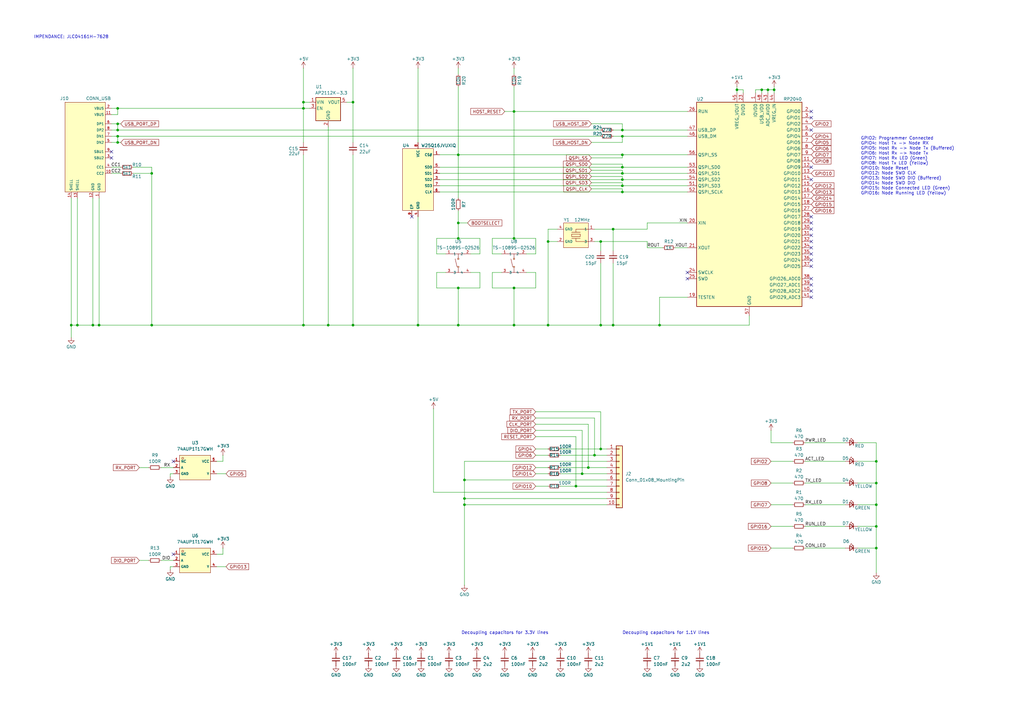
<source format=kicad_sch>
(kicad_sch (version 20231120) (generator "eeschema") (generator_version "8.0")
  (paper "A3")
  (title_block (title "RP2040-DebugProbe-0010") (date "2023-12-24") (rev "1.0"))
  (lib_symbols
    (symbol "Connector_Generic:Conn_01x10" (pin_names (offset 1.016) hide)
      (property "Reference" "J" (at 0 12.7 0))
      (property "Value" "Conn_01x10" (at 0 -15.24 0))
      (symbol "Conn_01x10_1_1"
        (pin passive line (at -5.08 10.16 0) (length 3.81) (name "Pin_1") (number "1"))
        (pin passive line (at -5.08 -12.7 0) (length 3.81) (name "Pin_10") (number "10"))
        (pin passive line (at -5.08 7.62 0) (length 3.81) (name "Pin_2") (number "2"))
        (pin passive line (at -5.08 5.08 0) (length 3.81) (name "Pin_3") (number "3"))
        (pin passive line (at -5.08 2.54 0) (length 3.81) (name "Pin_4") (number "4"))
        (pin passive line (at -5.08 0 0) (length 3.81) (name "Pin_5") (number "5"))
        (pin passive line (at -5.08 -2.54 0) (length 3.81) (name "Pin_6") (number "6"))
        (pin passive line (at -5.08 -5.08 0) (length 3.81) (name "Pin_7") (number "7"))
        (pin passive line (at -5.08 -7.62 0) (length 3.81) (name "Pin_8") (number "8"))
        (pin passive line (at -5.08 -10.16 0) (length 3.81) (name "Pin_9") (number "9"))
      )
    )
    (symbol "Device:C_Small" (pin_numbers hide) (pin_names (offset 0.254) hide)
      (property "Reference" "C" (at 0.254 1.778 0))
      (property "Value" "C_Small" (at 0.254 -2.032 0))
      (symbol "C_Small_1_1"
        (pin passive line (at 0 2.54 270) (length 2.032) (name "~") (number "1"))
        (pin passive line (at 0 -2.54 90) (length 2.032) (name "~") (number "2"))
      )
    )
    (symbol "Device:LED_Small" (pin_numbers hide) (pin_names (offset 0.254) hide)
      (property "Reference" "D" (at -1.27 3.175 0))
      (property "Value" "LED_Small" (at -4.445 -2.54 0))
      (symbol "LED_Small_1_1"
        (pin passive line (at -2.54 0 0) (length 1.778) (name "K") (number "1"))
        (pin passive line (at 2.54 0 180) (length 1.778) (name "A") (number "2"))
      )
    )
    (symbol "Device:R_Small" (pin_numbers hide) (pin_names (offset 0.254) hide)
      (property "Reference" "R" (at 0.762 0.508 0))
      (property "Value" "R_Small" (at 0.762 -1.016 0))
      (symbol "R_Small_1_1"
        (pin passive line (at 0 2.54 270) (length 0.762) (name "~") (number "1"))
        (pin passive line (at 0 -2.54 90) (length 0.762) (name "~") (number "2"))
      )
    )
    (symbol "JLCPCB:74AUP1T17GWH"
      (property "Reference" "U" (at 0 1.27 0))
      (property "Value" "74AUP1T17GWH" (at 0 -2.54 0))
      (symbol "74AUP1T17GWH_0_1"
        (pin unspecified line (at -8.89 2.54 0) (length 2.54) (name "NC") (number "1"))
        (pin unspecified line (at -8.89 0 0) (length 2.54) (name "A") (number "2"))
        (pin unspecified line (at -8.89 -2.54 0) (length 2.54) (name "GND") (number "3"))
        (pin unspecified line (at 8.89 -2.54 180) (length 2.54) (name "Y") (number "4"))
        (pin unspecified line (at 8.89 2.54 180) (length 2.54) (name "VCC") (number "5"))
      )
    )
    (symbol "JLCPCB:ABM8-272-T3_C20625731"
      (property "Reference" "Y" (at -4.572 6.35 0))
      (property "Value" "ABM8-272-T3" (at 5.334 6.35 0))
      (symbol "ABM8-272-T3_C20625731_0_1"
        (pin input line (at 7.62 2.54 180) (length 2.54) (name "1") (number "1"))
        (pin input line (at -7.62 -2.54 0) (length 2.54) (name "GND") (number "2"))
        (pin input line (at 7.62 -2.54 180) (length 2.54) (name "3") (number "3"))
        (pin input line (at -7.62 2.54 0) (length 2.54) (name "GND") (number "4"))
      )
    )
    (symbol "JLCPCB:TS-1089S-02526"
      (property "Reference" "U" (at 0 1.27 0))
      (property "Value" "TS-1089S-02526" (at 0 -2.54 0))
      (symbol "TS-1089S-02526_0_1"
        (pin unspecified line (at -5.08 2.54 0) (length 2.54) (name "1") (number "1"))
        (pin unspecified line (at 5.08 2.54 180) (length 2.54) (name "2") (number "2"))
        (pin unspecified line (at -5.08 -5.08 0) (length 2.54) (name "3") (number "3"))
        (pin unspecified line (at 5.08 -5.08 180) (length 2.54) (name "4") (number "4"))
      )
    )
    (symbol "JLCPCB:TYPE-C_16PIN_2MD(073)"
      (property "Reference" "U" (at -7.874 18.034 0))
      (property "Value" "TYPE-C_16PIN_2MD(073)" (at 8.128 18.034 0))
      (symbol "TYPE-C_16PIN_2MD(073)_0_1"
        (pin unspecified line (at 5.08 -22.86 90) (length 2.54) (name "GND") (number "1"))
        (pin unspecified line (at 10.16 -12.7 180) (length 2.54) (name "CC2") (number "10"))
        (pin unspecified line (at 10.16 11.43 180) (length 2.54) (name "VBUS") (number "11"))
        (pin unspecified line (at 2.54 -22.86 90) (length 2.54) (name "GND") (number "12"))
        (pin unspecified line (at -3.81 -22.86 90) (length 2.54) (name "SHELL") (number "13"))
        (pin unspecified line (at -6.35 -22.86 90) (length 2.54) (name "SHELL") (number "14"))
        (pin unspecified line (at 10.16 13.97 180) (length 2.54) (name "VBUS") (number "2"))
        (pin unspecified line (at 10.16 -6.35 180) (length 2.54) (name "SBU2") (number "3"))
        (pin unspecified line (at 10.16 -10.16 180) (length 2.54) (name "CC1") (number "4"))
        (pin unspecified line (at 10.16 0 180) (length 2.54) (name "DN2") (number "5"))
        (pin unspecified line (at 10.16 7.62 180) (length 2.54) (name "DP1") (number "6"))
        (pin unspecified line (at 10.16 2.54 180) (length 2.54) (name "DN1") (number "7"))
        (pin unspecified line (at 10.16 5.08 180) (length 2.54) (name "DP2") (number "8"))
        (pin unspecified line (at 10.16 -3.81 180) (length 2.54) (name "SBU1") (number "9"))
      )
    )
    (symbol "JLCPCB:W25Q64JWUUIQ"
      (property "Reference" "U" (at 5.588 13.97 0))
      (property "Value" "W25Q64JWUUIQ" (at -7.874 14.224 0))
      (symbol "W25Q64JWUUIQ_0_1"
        (pin unspecified line (at 8.89 10.16 180) (length 2.54) (name "CS#") (number "1"))
        (pin unspecified line (at 0 -15.24 90) (length 2.54) (name "GND") (number "4"))
        (pin unspecified line (at 8.89 -5.08 180) (length 2.54) (name "CLK") (number "6"))
        (pin unspecified line (at 0 15.24 270) (length 2.54) (name "VCC") (number "8"))
        (pin unspecified line (at -2.54 -15.24 90) (length 2.54) (name "EP") (number "9"))
      )
      (symbol "W25Q64JWUUIQ_1_1"
        (pin unspecified line (at 8.89 2.54 180) (length 2.54) (name "SD1") (number "2"))
        (pin unspecified line (at 8.89 0 180) (length 2.54) (name "SD2") (number "3"))
        (pin unspecified line (at 8.89 5.08 180) (length 2.54) (name "SD0") (number "5"))
        (pin unspecified line (at 8.89 -2.54 180) (length 2.54) (name "SD3") (number "7"))
      )
    )
    (symbol "MCU_RaspberryPi:RP2040"
      (property "Reference" "U" (at 17.78 45.72 0))
      (property "Value" "RP2040" (at 17.78 43.18 0))
      (symbol "RP2040_1_1"
        (pin power_in line (at 2.54 45.72 270) (length 3.81) (name "IOVDD") (number "1"))
        (pin passive line (at 2.54 45.72 270) (length 3.81) hide (name "IOVDD") (number "10"))
        (pin bidirectional line (at 25.4 17.78 180) (length 3.81) (name "GPIO8") (number "11"))
        (pin bidirectional line (at 25.4 15.24 180) (length 3.81) (name "GPIO9") (number "12"))
        (pin bidirectional line (at 25.4 12.7 180) (length 3.81) (name "GPIO10") (number "13"))
        (pin bidirectional line (at 25.4 10.16 180) (length 3.81) (name "GPIO11") (number "14"))
        (pin bidirectional line (at 25.4 7.62 180) (length 3.81) (name "GPIO12") (number "15"))
        (pin bidirectional line (at 25.4 5.08 180) (length 3.81) (name "GPIO13") (number "16"))
        (pin bidirectional line (at 25.4 2.54 180) (length 3.81) (name "GPIO14") (number "17"))
        (pin bidirectional line (at 25.4 0 180) (length 3.81) (name "GPIO15") (number "18"))
        (pin input line (at -25.4 -38.1 0) (length 3.81) (name "TESTEN") (number "19"))
        (pin bidirectional line (at 25.4 38.1 180) (length 3.81) (name "GPIO0") (number "2"))
        (pin input line (at -25.4 -7.62 0) (length 3.81) (name "XIN") (number "20"))
        (pin passive line (at -25.4 -17.78 0) (length 3.81) (name "XOUT") (number "21"))
        (pin passive line (at 2.54 45.72 270) (length 3.81) hide (name "IOVDD") (number "22"))
        (pin power_in line (at -2.54 45.72 270) (length 3.81) (name "DVDD") (number "23"))
        (pin input line (at -25.4 -27.94 0) (length 3.81) (name "SWCLK") (number "24"))
        (pin bidirectional line (at -25.4 -30.48 0) (length 3.81) (name "SWD") (number "25"))
        (pin input line (at -25.4 38.1 0) (length 3.81) (name "RUN") (number "26"))
        (pin bidirectional line (at 25.4 -2.54 180) (length 3.81) (name "GPIO16") (number "27"))
        (pin bidirectional line (at 25.4 -5.08 180) (length 3.81) (name "GPIO17") (number "28"))
        (pin bidirectional line (at 25.4 -7.62 180) (length 3.81) (name "GPIO18") (number "29"))
        (pin bidirectional line (at 25.4 35.56 180) (length 3.81) (name "GPIO1") (number "3"))
        (pin bidirectional line (at 25.4 -10.16 180) (length 3.81) (name "GPIO19") (number "30"))
        (pin bidirectional line (at 25.4 -12.7 180) (length 3.81) (name "GPIO20") (number "31"))
        (pin bidirectional line (at 25.4 -15.24 180) (length 3.81) (name "GPIO21") (number "32"))
        (pin passive line (at 2.54 45.72 270) (length 3.81) hide (name "IOVDD") (number "33"))
        (pin bidirectional line (at 25.4 -17.78 180) (length 3.81) (name "GPIO22") (number "34"))
        (pin bidirectional line (at 25.4 -20.32 180) (length 3.81) (name "GPIO23") (number "35"))
        (pin bidirectional line (at 25.4 -22.86 180) (length 3.81) (name "GPIO24") (number "36"))
        (pin bidirectional line (at 25.4 -25.4 180) (length 3.81) (name "GPIO25") (number "37"))
        (pin bidirectional line (at 25.4 -30.48 180) (length 3.81) (name "GPIO26_ADC0") (number "38"))
        (pin bidirectional line (at 25.4 -33.02 180) (length 3.81) (name "GPIO27_ADC1") (number "39"))
        (pin bidirectional line (at 25.4 33.02 180) (length 3.81) (name "GPIO2") (number "4"))
        (pin bidirectional line (at 25.4 -35.56 180) (length 3.81) (name "GPIO28_ADC2") (number "40"))
        (pin bidirectional line (at 25.4 -38.1 180) (length 3.81) (name "GPIO29_ADC3") (number "41"))
        (pin passive line (at 2.54 45.72 270) (length 3.81) hide (name "IOVDD") (number "42"))
        (pin power_in line (at 7.62 45.72 270) (length 3.81) (name "ADC_AVDD") (number "43"))
        (pin power_in line (at 10.16 45.72 270) (length 3.81) (name "VREG_IN") (number "44"))
        (pin power_out line (at -5.08 45.72 270) (length 3.81) (name "VREG_VOUT") (number "45"))
        (pin bidirectional line (at -25.4 27.94 0) (length 3.81) (name "USB_DM") (number "46"))
        (pin bidirectional line (at -25.4 30.48 0) (length 3.81) (name "USB_DP") (number "47"))
        (pin power_in line (at 5.08 45.72 270) (length 3.81) (name "USB_VDD") (number "48"))
        (pin passive line (at 2.54 45.72 270) (length 3.81) hide (name "IOVDD") (number "49"))
        (pin bidirectional line (at 25.4 30.48 180) (length 3.81) (name "GPIO3") (number "5"))
        (pin passive line (at -2.54 45.72 270) (length 3.81) hide (name "DVDD") (number "50"))
        (pin bidirectional line (at -25.4 7.62 0) (length 3.81) (name "QSPI_SD3") (number "51"))
        (pin output line (at -25.4 5.08 0) (length 3.81) (name "QSPI_SCLK") (number "52"))
        (pin bidirectional line (at -25.4 15.24 0) (length 3.81) (name "QSPI_SD0") (number "53"))
        (pin bidirectional line (at -25.4 10.16 0) (length 3.81) (name "QSPI_SD2") (number "54"))
        (pin bidirectional line (at -25.4 12.7 0) (length 3.81) (name "QSPI_SD1") (number "55"))
        (pin bidirectional line (at -25.4 20.32 0) (length 3.81) (name "QSPI_SS") (number "56"))
        (pin power_in line (at 0 -45.72 90) (length 3.81) (name "GND") (number "57"))
        (pin bidirectional line (at 25.4 27.94 180) (length 3.81) (name "GPIO4") (number "6"))
        (pin bidirectional line (at 25.4 25.4 180) (length 3.81) (name "GPIO5") (number "7"))
        (pin bidirectional line (at 25.4 22.86 180) (length 3.81) (name "GPIO6") (number "8"))
        (pin bidirectional line (at 25.4 20.32 180) (length 3.81) (name "GPIO7") (number "9"))
      )
    )
    (symbol "Regulator_Linear:AP2112K-3.3" (pin_names (offset 0.254))
      (property "Reference" "U" (at -5.08 5.715 0))
      (property "Value" "AP2112K-3.3" (at 0 5.715 0))
      (symbol "AP2112K-3.3_1_1"
        (pin power_in line (at -7.62 2.54 0) (length 2.54) (name "VIN") (number "1"))
        (pin power_in line (at 0 -7.62 90) (length 2.54) (name "GND") (number "2"))
        (pin input line (at -7.62 0 0) (length 2.54) (name "EN") (number "3"))
        (pin no_connect line (at 5.08 0 180) (length 2.54) hide (name "NC") (number "4"))
        (pin power_out line (at 7.62 2.54 180) (length 2.54) (name "VOUT") (number "5"))
      )
    )
    (symbol "power:+1V1" (power) (pin_numbers hide) (pin_names (offset 0) hide)
      (property "Value" "+1V1" (at 0 3.556 0))
      (symbol "+1V1_1_1"
        (pin power_in line (at 0 0 90) (length 0) (name "~") (number "1"))
      )
    )
    (symbol "power:+3V3" (power) (pin_numbers hide) (pin_names (offset 0) hide)
      (property "Value" "+3V3" (at 0 3.556 0))
      (symbol "+3V3_1_1"
        (pin power_in line (at 0 0 90) (length 0) (name "~") (number "1"))
      )
    )
    (symbol "power:+5V" (power) (pin_numbers hide) (pin_names (offset 0) hide)
      (property "Value" "+5V" (at 0 3.556 0))
      (symbol "+5V_1_1"
        (pin power_in line (at 0 0 90) (length 0) (name "~") (number "1"))
      )
    )
    (symbol "power:GND" (power) (pin_numbers hide) (pin_names (offset 0) hide)
      (property "Value" "GND" (at 0 -3.81 0))
      (symbol "GND_1_1"
        (pin power_in line (at 0 0 270) (length 0) (name "~") (number "1"))
      )
    )
  )
  (junction (at 38.1 133.35))
  (junction (at 359.41 189.23))
  (junction (at 124.46 133.35))
  (junction (at 359.41 224.79))
  (junction (at 243.84 186.69))
  (junction (at 246.38 99.06))
  (junction (at 251.46 93.98))
  (junction (at 124.46 44.45))
  (junction (at 241.3 191.77))
  (junction (at 62.23 71.12))
  (junction (at 190.5 207.01))
  (junction (at 187.96 118.11))
  (junction (at 314.96 36.83))
  (junction (at 238.76 194.31))
  (junction (at 48.26 58.42))
  (junction (at 48.26 55.88))
  (junction (at 312.42 36.83))
  (junction (at 48.26 44.45))
  (junction (at 246.38 184.15))
  (junction (at 255.27 78.74))
  (junction (at 255.27 53.34))
  (junction (at 246.38 133.35))
  (junction (at 48.26 50.8))
  (junction (at 31.75 133.35))
  (junction (at 317.5 36.83))
  (junction (at 224.79 133.35))
  (junction (at 29.21 133.35))
  (junction (at 255.27 68.58))
  (junction (at 251.46 133.35))
  (junction (at 255.27 76.2))
  (junction (at 359.41 207.01))
  (junction (at 144.78 41.91))
  (junction (at 236.22 199.39))
  (junction (at 190.5 196.85))
  (junction (at 224.79 99.06))
  (junction (at 144.78 133.35))
  (junction (at 48.26 53.34))
  (junction (at 302.26 36.83))
  (junction (at 124.46 41.91))
  (junction (at 190.5 204.47))
  (junction (at 187.96 63.5))
  (junction (at 187.96 133.35))
  (junction (at 255.27 71.12))
  (junction (at 359.41 215.9))
  (junction (at 171.45 133.35))
  (junction (at 210.82 118.11))
  (junction (at 62.23 133.35))
  (junction (at 187.96 97.79))
  (junction (at 40.64 133.35))
  (junction (at 210.82 133.35))
  (junction (at 270.51 133.35))
  (junction (at 210.82 45.72))
  (junction (at 210.82 97.79))
  (junction (at 255.27 73.66))
  (junction (at 255.27 55.88))
  (junction (at 134.62 133.35))
  (junction (at 187.96 91.44))
  (junction (at 255.27 63.5))
  (junction (at 359.41 198.12))
  (no_connect (at 332.74 73.66))
  (no_connect (at 332.74 96.52))
  (no_connect (at 281.94 114.3))
  (no_connect (at 45.72 64.77))
  (no_connect (at 332.74 99.06))
  (no_connect (at 332.74 119.38))
  (no_connect (at 332.74 88.9))
  (no_connect (at 281.94 111.76))
  (no_connect (at 332.74 121.92))
  (no_connect (at 332.74 48.26))
  (no_connect (at 332.74 106.68))
  (no_connect (at 45.72 62.23))
  (no_connect (at 332.74 93.98))
  (no_connect (at 332.74 104.14))
  (no_connect (at 332.74 114.3))
  (no_connect (at 168.91 88.9))
  (no_connect (at 71.12 189.23))
  (no_connect (at 332.74 101.6))
  (no_connect (at 332.74 116.84))
  (no_connect (at 332.74 45.72))
  (no_connect (at 332.74 91.44))
  (no_connect (at 71.12 227.33))
  (no_connect (at 332.74 68.58))
  (no_connect (at 332.74 109.22))
  (no_connect (at 332.74 53.34))
  (wire (pts (xy 242.57 74.93) (xy 255.27 74.93)))
  (wire (pts (xy 210.82 35.56) (xy 210.82 45.72)))
  (wire (pts (xy 359.41 181.61) (xy 359.41 189.23)))
  (wire (pts (xy 48.26 46.99) (xy 48.26 44.45)))
  (wire (pts (xy 179.07 111.76) (xy 179.07 118.11)))
  (wire (pts (xy 255.27 71.12) (xy 281.94 71.12)))
  (wire (pts (xy 48.26 55.88) (xy 48.26 58.42)))
  (wire (pts (xy 180.34 73.66) (xy 255.27 73.66)))
  (wire (pts (xy 243.84 99.06) (xy 246.38 99.06)))
  (wire (pts (xy 49.53 68.58) (xy 45.72 68.58)))
  (wire (pts (xy 224.79 184.15) (xy 219.71 184.15)))
  (wire (pts (xy 190.5 189.23) (xy 248.92 189.23)))
  (wire (pts (xy 359.41 189.23) (xy 359.41 198.12)))
  (wire (pts (xy 179.07 104.14) (xy 182.88 104.14)))
  (wire (pts (xy 316.23 224.79) (xy 325.12 224.79)))
  (wire (pts (xy 38.1 81.28) (xy 38.1 133.35)))
  (wire (pts (xy 57.15 191.77) (xy 60.96 191.77)))
  (wire (pts (xy 48.26 53.34) (xy 45.72 53.34)))
  (wire (pts (xy 57.15 229.87) (xy 60.96 229.87)))
  (wire (pts (xy 314.96 36.83) (xy 314.96 38.1)))
  (wire (pts (xy 62.23 68.58) (xy 62.23 71.12)))
  (wire (pts (xy 243.84 93.98) (xy 251.46 93.98)))
  (wire (pts (xy 246.38 168.91) (xy 246.38 184.15)))
  (wire (pts (xy 317.5 35.56) (xy 317.5 36.83)))
  (wire (pts (xy 248.92 184.15) (xy 246.38 184.15)))
  (wire (pts (xy 255.27 67.31) (xy 255.27 68.58)))
  (wire (pts (xy 359.41 224.79) (xy 359.41 215.9)))
  (wire (pts (xy 124.46 133.35) (xy 124.46 63.5)))
  (wire (pts (xy 243.84 171.45) (xy 243.84 186.69)))
  (wire (pts (xy 31.75 81.28) (xy 31.75 133.35)))
  (wire (pts (xy 177.8 167.64) (xy 177.8 201.93)))
  (wire (pts (xy 219.71 104.14) (xy 215.9 104.14)))
  (wire (pts (xy 179.07 97.79) (xy 187.96 97.79)))
  (wire (pts (xy 124.46 41.91) (xy 124.46 44.45)))
  (wire (pts (xy 316.23 215.9) (xy 325.12 215.9)))
  (wire (pts (xy 224.79 194.31) (xy 219.71 194.31)))
  (wire (pts (xy 62.23 71.12) (xy 54.61 71.12)))
  (wire (pts (xy 359.41 224.79) (xy 351.79 224.79)))
  (wire (pts (xy 243.84 186.69) (xy 248.92 186.69)))
  (wire (pts (xy 330.2 189.23) (xy 346.71 189.23)))
  (wire (pts (xy 62.23 133.35) (xy 124.46 133.35)))
  (wire (pts (xy 91.44 227.33) (xy 88.9 227.33)))
  (wire (pts (xy 62.23 71.12) (xy 62.23 133.35)))
  (wire (pts (xy 187.96 86.36) (xy 187.96 91.44)))
  (wire (pts (xy 317.5 36.83) (xy 317.5 38.1)))
  (wire (pts (xy 40.64 133.35) (xy 38.1 133.35)))
  (wire (pts (xy 48.26 50.8) (xy 48.26 53.34)))
  (wire (pts (xy 201.93 104.14) (xy 201.93 97.79)))
  (wire (pts (xy 40.64 81.28) (xy 40.64 133.35)))
  (wire (pts (xy 196.85 118.11) (xy 187.96 118.11)))
  (wire (pts (xy 255.27 78.74) (xy 281.94 78.74)))
  (wire (pts (xy 224.79 191.77) (xy 219.71 191.77)))
  (wire (pts (xy 246.38 133.35) (xy 251.46 133.35)))
  (wire (pts (xy 180.34 68.58) (xy 255.27 68.58)))
  (wire (pts (xy 91.44 224.79) (xy 91.44 227.33)))
  (wire (pts (xy 316.23 198.12) (xy 325.12 198.12)))
  (wire (pts (xy 38.1 133.35) (xy 31.75 133.35)))
  (wire (pts (xy 124.46 133.35) (xy 134.62 133.35)))
  (wire (pts (xy 255.27 64.77) (xy 255.27 63.5)))
  (wire (pts (xy 190.5 196.85) (xy 190.5 204.47)))
  (wire (pts (xy 224.79 93.98) (xy 224.79 99.06)))
  (wire (pts (xy 242.57 72.39) (xy 255.27 72.39)))
  (wire (pts (xy 179.07 111.76) (xy 182.88 111.76)))
  (wire (pts (xy 196.85 104.14) (xy 196.85 97.79)))
  (wire (pts (xy 187.96 27.94) (xy 187.96 30.48)))
  (wire (pts (xy 238.76 194.31) (xy 248.92 194.31)))
  (wire (pts (xy 251.46 53.34) (xy 255.27 53.34)))
  (wire (pts (xy 302.26 35.56) (xy 302.26 36.83)))
  (wire (pts (xy 359.41 224.79) (xy 359.41 234.95)))
  (wire (pts (xy 219.71 104.14) (xy 219.71 97.79)))
  (wire (pts (xy 224.79 133.35) (xy 246.38 133.35)))
  (wire (pts (xy 251.46 133.35) (xy 270.51 133.35)))
  (wire (pts (xy 265.43 101.6) (xy 271.78 101.6)))
  (wire (pts (xy 302.26 36.83) (xy 304.8 36.83)))
  (wire (pts (xy 171.45 88.9) (xy 171.45 133.35)))
  (wire (pts (xy 241.3 173.99) (xy 241.3 191.77)))
  (wire (pts (xy 255.27 69.85) (xy 255.27 71.12)))
  (wire (pts (xy 190.5 196.85) (xy 248.92 196.85)))
  (wire (pts (xy 171.45 133.35) (xy 187.96 133.35)))
  (wire (pts (xy 219.71 111.76) (xy 215.9 111.76)))
  (wire (pts (xy 190.5 204.47) (xy 190.5 207.01)))
  (wire (pts (xy 127 41.91) (xy 124.46 41.91)))
  (wire (pts (xy 187.96 118.11) (xy 187.96 133.35)))
  (wire (pts (xy 179.07 104.14) (xy 179.07 97.79)))
  (wire (pts (xy 270.51 121.92) (xy 270.51 133.35)))
  (wire (pts (xy 224.79 99.06) (xy 224.79 133.35)))
  (wire (pts (xy 307.34 129.54) (xy 307.34 133.35)))
  (wire (pts (xy 134.62 133.35) (xy 144.78 133.35)))
  (wire (pts (xy 144.78 58.42) (xy 144.78 41.91)))
  (wire (pts (xy 201.93 111.76) (xy 201.93 118.11)))
  (wire (pts (xy 238.76 176.53) (xy 238.76 194.31)))
  (wire (pts (xy 330.2 198.12) (xy 346.71 198.12)))
  (wire (pts (xy 265.43 91.44) (xy 265.43 93.98)))
  (wire (pts (xy 314.96 36.83) (xy 317.5 36.83)))
  (wire (pts (xy 48.26 58.42) (xy 45.72 58.42)))
  (wire (pts (xy 241.3 191.77) (xy 248.92 191.77)))
  (wire (pts (xy 48.26 44.45) (xy 45.72 44.45)))
  (wire (pts (xy 242.57 58.42) (xy 255.27 58.42)))
  (wire (pts (xy 71.12 191.77) (xy 66.04 191.77)))
  (wire (pts (xy 312.42 36.83) (xy 312.42 38.1)))
  (wire (pts (xy 177.8 201.93) (xy 248.92 201.93)))
  (wire (pts (xy 91.44 186.69) (xy 91.44 189.23)))
  (wire (pts (xy 255.27 76.2) (xy 281.94 76.2)))
  (wire (pts (xy 242.57 69.85) (xy 255.27 69.85)))
  (wire (pts (xy 265.43 91.44) (xy 281.94 91.44)))
  (wire (pts (xy 242.57 67.31) (xy 255.27 67.31)))
  (wire (pts (xy 229.87 199.39) (xy 236.22 199.39)))
  (wire (pts (xy 242.57 50.8) (xy 255.27 50.8)))
  (wire (pts (xy 359.41 189.23) (xy 351.79 189.23)))
  (wire (pts (xy 224.79 99.06) (xy 228.6 99.06)))
  (wire (pts (xy 359.41 181.61) (xy 351.79 181.61)))
  (wire (pts (xy 359.41 198.12) (xy 351.79 198.12)))
  (wire (pts (xy 238.76 176.53) (xy 219.71 176.53)))
  (wire (pts (xy 201.93 118.11) (xy 210.82 118.11)))
  (wire (pts (xy 142.24 41.91) (xy 144.78 41.91)))
  (wire (pts (xy 276.86 101.6) (xy 281.94 101.6)))
  (wire (pts (xy 124.46 58.42) (xy 124.46 44.45)))
  (wire (pts (xy 242.57 77.47) (xy 255.27 77.47)))
  (wire (pts (xy 62.23 133.35) (xy 40.64 133.35)))
  (wire (pts (xy 49.53 58.42) (xy 48.26 58.42)))
  (wire (pts (xy 180.34 78.74) (xy 255.27 78.74)))
  (wire (pts (xy 207.01 45.72) (xy 210.82 45.72)))
  (wire (pts (xy 180.34 63.5) (xy 187.96 63.5)))
  (wire (pts (xy 201.93 111.76) (xy 205.74 111.76)))
  (wire (pts (xy 91.44 189.23) (xy 88.9 189.23)))
  (wire (pts (xy 219.71 111.76) (xy 219.71 118.11)))
  (wire (pts (xy 251.46 93.98) (xy 251.46 102.87)))
  (wire (pts (xy 242.57 64.77) (xy 255.27 64.77)))
  (wire (pts (xy 302.26 36.83) (xy 302.26 38.1)))
  (wire (pts (xy 229.87 194.31) (xy 238.76 194.31)))
  (wire (pts (xy 251.46 55.88) (xy 255.27 55.88)))
  (wire (pts (xy 71.12 194.31) (xy 69.85 194.31)))
  (wire (pts (xy 48.26 50.8) (xy 45.72 50.8)))
  (wire (pts (xy 224.79 93.98) (xy 228.6 93.98)))
  (wire (pts (xy 229.87 191.77) (xy 241.3 191.77)))
  (wire (pts (xy 255.27 55.88) (xy 281.94 55.88)))
  (wire (pts (xy 62.23 68.58) (xy 54.61 68.58)))
  (wire (pts (xy 71.12 232.41) (xy 69.85 232.41)))
  (wire (pts (xy 48.26 44.45) (xy 124.46 44.45)))
  (wire (pts (xy 49.53 71.12) (xy 45.72 71.12)))
  (wire (pts (xy 190.5 204.47) (xy 248.92 204.47)))
  (wire (pts (xy 134.62 133.35) (xy 134.62 52.07)))
  (wire (pts (xy 92.71 194.31) (xy 88.9 194.31)))
  (wire (pts (xy 49.53 50.8) (xy 48.26 50.8)))
  (wire (pts (xy 29.21 81.28) (xy 29.21 133.35)))
  (wire (pts (xy 71.12 229.87) (xy 66.04 229.87)))
  (wire (pts (xy 219.71 118.11) (xy 210.82 118.11)))
  (wire (pts (xy 190.5 189.23) (xy 190.5 196.85)))
  (wire (pts (xy 210.82 97.79) (xy 219.71 97.79)))
  (wire (pts (xy 69.85 194.31) (xy 69.85 195.58)))
  (wire (pts (xy 48.26 55.88) (xy 45.72 55.88)))
  (wire (pts (xy 48.26 55.88) (xy 246.38 55.88)))
  (wire (pts (xy 229.87 186.69) (xy 243.84 186.69)))
  (wire (pts (xy 187.96 63.5) (xy 187.96 81.28)))
  (wire (pts (xy 246.38 99.06) (xy 246.38 102.87)))
  (wire (pts (xy 236.22 179.07) (xy 219.71 179.07)))
  (wire (pts (xy 255.27 53.34) (xy 281.94 53.34)))
  (wire (pts (xy 255.27 73.66) (xy 281.94 73.66)))
  (wire (pts (xy 330.2 207.01) (xy 346.71 207.01)))
  (wire (pts (xy 196.85 97.79) (xy 187.96 97.79)))
  (wire (pts (xy 210.82 118.11) (xy 210.82 133.35)))
  (wire (pts (xy 309.88 36.83) (xy 312.42 36.83)))
  (wire (pts (xy 187.96 91.44) (xy 187.96 97.79)))
  (wire (pts (xy 243.84 171.45) (xy 219.71 171.45)))
  (wire (pts (xy 224.79 186.69) (xy 219.71 186.69)))
  (wire (pts (xy 316.23 176.53) (xy 316.23 181.61)))
  (wire (pts (xy 201.93 104.14) (xy 205.74 104.14)))
  (wire (pts (xy 196.85 104.14) (xy 193.04 104.14)))
  (wire (pts (xy 255.27 50.8) (xy 255.27 53.34)))
  (wire (pts (xy 255.27 72.39) (xy 255.27 73.66)))
  (wire (pts (xy 255.27 58.42) (xy 255.27 55.88)))
  (wire (pts (xy 144.78 133.35) (xy 171.45 133.35)))
  (wire (pts (xy 29.21 133.35) (xy 29.21 138.43)))
  (wire (pts (xy 255.27 63.5) (xy 281.94 63.5)))
  (wire (pts (xy 196.85 111.76) (xy 196.85 118.11)))
  (wire (pts (xy 187.96 35.56) (xy 187.96 63.5)))
  (wire (pts (xy 127 44.45) (xy 124.46 44.45)))
  (wire (pts (xy 190.5 207.01) (xy 248.92 207.01)))
  (wire (pts (xy 179.07 118.11) (xy 187.96 118.11)))
  (wire (pts (xy 255.27 77.47) (xy 255.27 78.74)))
  (wire (pts (xy 210.82 45.72) (xy 210.82 97.79)))
  (wire (pts (xy 190.5 207.01) (xy 190.5 240.03)))
  (wire (pts (xy 316.23 207.01) (xy 325.12 207.01)))
  (wire (pts (xy 180.34 76.2) (xy 255.27 76.2)))
  (wire (pts (xy 187.96 91.44) (xy 191.77 91.44)))
  (wire (pts (xy 196.85 111.76) (xy 193.04 111.76)))
  (wire (pts (xy 255.27 74.93) (xy 255.27 76.2)))
  (wire (pts (xy 270.51 133.35) (xy 307.34 133.35)))
  (wire (pts (xy 219.71 173.99) (xy 241.3 173.99)))
  (wire (pts (xy 48.26 53.34) (xy 246.38 53.34)))
  (wire (pts (xy 171.45 27.94) (xy 171.45 58.42)))
  (wire (pts (xy 330.2 181.61) (xy 346.71 181.61)))
  (wire (pts (xy 92.71 232.41) (xy 88.9 232.41)))
  (wire (pts (xy 330.2 224.79) (xy 346.71 224.79)))
  (wire (pts (xy 210.82 45.72) (xy 281.94 45.72)))
  (wire (pts (xy 187.96 63.5) (xy 255.27 63.5)))
  (wire (pts (xy 124.46 27.94) (xy 124.46 41.91)))
  (wire (pts (xy 246.38 107.95) (xy 246.38 133.35)))
  (wire (pts (xy 48.26 46.99) (xy 45.72 46.99)))
  (wire (pts (xy 251.46 93.98) (xy 265.43 93.98)))
  (wire (pts (xy 251.46 107.95) (xy 251.46 133.35)))
  (wire (pts (xy 255.27 68.58) (xy 281.94 68.58)))
  (wire (pts (xy 330.2 215.9) (xy 346.71 215.9)))
  (wire (pts (xy 359.41 207.01) (xy 359.41 215.9)))
  (wire (pts (xy 316.23 181.61) (xy 325.12 181.61)))
  (wire (pts (xy 359.41 215.9) (xy 351.79 215.9)))
  (wire (pts (xy 359.41 198.12) (xy 359.41 207.01)))
  (wire (pts (xy 246.38 168.91) (xy 219.71 168.91)))
  (wire (pts (xy 144.78 27.94) (xy 144.78 41.91)))
  (wire (pts (xy 236.22 199.39) (xy 248.92 199.39)))
  (wire (pts (xy 31.75 133.35) (xy 29.21 133.35)))
  (wire (pts (xy 180.34 71.12) (xy 255.27 71.12)))
  (wire (pts (xy 351.79 207.01) (xy 359.41 207.01)))
  (wire (pts (xy 69.85 232.41) (xy 69.85 233.68)))
  (wire (pts (xy 210.82 133.35) (xy 224.79 133.35)))
  (wire (pts (xy 312.42 36.83) (xy 314.96 36.83)))
  (wire (pts (xy 270.51 121.92) (xy 281.94 121.92)))
  (wire (pts (xy 144.78 133.35) (xy 144.78 63.5)))
  (wire (pts (xy 246.38 99.06) (xy 265.43 99.06)))
  (wire (pts (xy 187.96 133.35) (xy 210.82 133.35)))
  (wire (pts (xy 229.87 184.15) (xy 246.38 184.15)))
  (wire (pts (xy 304.8 36.83) (xy 304.8 38.1)))
  (wire (pts (xy 201.93 97.79) (xy 210.82 97.79)))
  (wire (pts (xy 224.79 199.39) (xy 219.71 199.39)))
  (wire (pts (xy 236.22 179.07) (xy 236.22 199.39)))
  (wire (pts (xy 316.23 189.23) (xy 325.12 189.23)))
  (wire (pts (xy 309.88 36.83) (xy 309.88 38.1)))
  (wire (pts (xy 210.82 27.94) (xy 210.82 30.48)))
  (wire (pts (xy 265.43 99.06) (xy 265.43 101.6)))
  (text "GPIO2: Programmer Connected\nGPIO4: Host Tx -> Node RX\nGPIO5: Host Rx -> Node Tx (Buffered)\nGPIO6: Host Rx -> Node Tx\nGPIO7: Host Rx LED (Green)\nGPIO8: Host Tx LED (Yellow)\nGPIO10: Node Reset\nGPIO12: Node SWD CLK\nGPIO13: Node SWD DIO (Buffered)\nGPIO14: Node SWD DIO\nGPIO15: Node Connected LED (Green)\nGPIO16: Node Running LED (Yellow)" (at 353.06 68.072 0) (effects (font (size 1.27 1.27)) (justify left)))
  (text "Decoupling capacitors for 3.3V lines" (at 189.23 260.35 0) (effects (font (size 1.27 1.27)) (justify left bottom)))
  (text "Decoupling capacitors for 1.1V lines" (at 255.27 260.35 0) (effects (font (size 1.27 1.27)) (justify left bottom)))
  (text "IMPENDANCE: JLC04161H-7628" (at 29.21 15.24 0) (effects (font (size 1.27 1.27))))
  (label "CON_LED" (at 330.2 224.79 0))
  (label "RUN_LED" (at 330.2 215.9 0))
  (label "PWR_LED" (at 330.2 181.61 0))
  (label "DIO" (at 69.85 229.87 180))
  (label "ROUT" (at 265.43 101.6 0))
  (label "TX_LED" (at 330.2 198.12 0))
  (label "CC2" (at 49.53 71.12 180))
  (label "CC1" (at 49.53 68.58 180))
  (label "RX" (at 69.85 191.77 180))
  (label "XIN" (at 281.94 91.44 180))
  (label "XOUT" (at 281.94 101.6 180))
  (label "ACT_LED" (at 330.2 189.23 0))
  (label "RX_LED" (at 330.2 207.01 0))
  (global_label "GPIO2" (shape input) (at 332.74 50.8 0) (property "Intersheetrefs" "${INTERSHEET_REFS}" (effects (hide yes))))
  (global_label "GPIO10" (shape input) (at 219.71 199.39 180) (property "Intersheetrefs" "${INTERSHEET_REFS}" (effects (hide yes))))
  (global_label "RESET_PORT" (shape input) (at 219.71 179.07 180) (property "Intersheetrefs" "${INTERSHEET_REFS}" (effects (hide yes))))
  (global_label "GPIO6" (shape input) (at 332.74 60.96 0) (property "Intersheetrefs" "${INTERSHEET_REFS}" (effects (hide yes))))
  (global_label "GPIO8" (shape input) (at 332.74 66.04 0) (property "Intersheetrefs" "${INTERSHEET_REFS}" (effects (hide yes))))
  (global_label "QSPI_SD2" (shape input) (at 242.57 72.39 180) (property "Intersheetrefs" "${INTERSHEET_REFS}" (effects (hide yes))))
  (global_label "GPIO7" (shape input) (at 316.23 207.01 180) (property "Intersheetrefs" "${INTERSHEET_REFS}" (effects (hide yes))))
  (global_label "GPIO5" (shape input) (at 332.74 58.42 0) (property "Intersheetrefs" "${INTERSHEET_REFS}" (effects (hide yes))))
  (global_label "GPIO13" (shape input) (at 92.71 232.41 0) (property "Intersheetrefs" "${INTERSHEET_REFS}" (effects (hide yes))))
  (global_label "GPIO2" (shape input) (at 316.23 189.23 180) (property "Intersheetrefs" "${INTERSHEET_REFS}" (effects (hide yes))))
  (global_label "TX_PORT" (shape input) (at 219.71 168.91 180) (property "Intersheetrefs" "${INTERSHEET_REFS}" (effects (hide yes))))
  (global_label "USB_PORT_DN" (shape input) (at 49.53 58.42 0) (property "Intersheetrefs" "${INTERSHEET_REFS}" (effects (hide yes))))
  (global_label "QSPI_CLK" (shape input) (at 242.57 77.47 180) (property "Intersheetrefs" "${INTERSHEET_REFS}" (effects (hide yes))))
  (global_label "GPIO4" (shape input) (at 332.74 55.88 0) (property "Intersheetrefs" "${INTERSHEET_REFS}" (effects (hide yes))))
  (global_label "GPIO12" (shape input) (at 332.74 76.2 0) (property "Intersheetrefs" "${INTERSHEET_REFS}" (effects (hide yes))))
  (global_label "QSPI_SD0" (shape input) (at 242.57 67.31 180) (property "Intersheetrefs" "${INTERSHEET_REFS}" (effects (hide yes))))
  (global_label "QSPI_SS" (shape input) (at 242.57 64.77 180) (property "Intersheetrefs" "${INTERSHEET_REFS}" (effects (hide yes))))
  (global_label "GPIO12" (shape input) (at 219.71 191.77 180) (property "Intersheetrefs" "${INTERSHEET_REFS}" (effects (hide yes))))
  (global_label "USB_PORT_DP" (shape input) (at 49.53 50.8 0) (property "Intersheetrefs" "${INTERSHEET_REFS}" (effects (hide yes))))
  (global_label "QSPI_SD3" (shape input) (at 242.57 74.93 180) (property "Intersheetrefs" "${INTERSHEET_REFS}" (effects (hide yes))))
  (global_label "DIO_PORT" (shape input) (at 219.71 176.53 180) (property "Intersheetrefs" "${INTERSHEET_REFS}" (effects (hide yes))))
  (global_label "GPIO15" (shape input) (at 332.74 83.82 0) (property "Intersheetrefs" "${INTERSHEET_REFS}" (effects (hide yes))))
  (global_label "DIO_PORT" (shape input) (at 57.15 229.87 180) (property "Intersheetrefs" "${INTERSHEET_REFS}" (effects (hide yes))))
  (global_label "HOST_RESET" (shape input) (at 207.01 45.72 180) (property "Intersheetrefs" "${INTERSHEET_REFS}" (effects (hide yes))))
  (global_label "GPIO5" (shape input) (at 92.71 194.31 0) (property "Intersheetrefs" "${INTERSHEET_REFS}" (effects (hide yes))))
  (global_label "GPIO14" (shape input) (at 332.74 81.28 0) (property "Intersheetrefs" "${INTERSHEET_REFS}" (effects (hide yes))))
  (global_label "USB_HOST_DN" (shape input) (at 242.57 58.42 180) (property "Intersheetrefs" "${INTERSHEET_REFS}" (effects (hide yes))))
  (global_label "GPIO6" (shape input) (at 219.71 186.69 180) (property "Intersheetrefs" "${INTERSHEET_REFS}" (effects (hide yes))))
  (global_label "GPIO7" (shape input) (at 332.74 63.5 0) (property "Intersheetrefs" "${INTERSHEET_REFS}" (effects (hide yes))))
  (global_label "GPIO8" (shape input) (at 316.23 198.12 180) (property "Intersheetrefs" "${INTERSHEET_REFS}" (effects (hide yes))))
  (global_label "GPIO13" (shape input) (at 332.74 78.74 0) (property "Intersheetrefs" "${INTERSHEET_REFS}" (effects (hide yes))))
  (global_label "GPIO14" (shape input) (at 219.71 194.31 180) (property "Intersheetrefs" "${INTERSHEET_REFS}" (effects (hide yes))))
  (global_label "USB_HOST_DP" (shape input) (at 242.57 50.8 180) (property "Intersheetrefs" "${INTERSHEET_REFS}" (effects (hide yes))))
  (global_label "GPIO16" (shape input) (at 316.23 215.9 180) (property "Intersheetrefs" "${INTERSHEET_REFS}" (effects (hide yes))))
  (global_label "CLK_PORT" (shape input) (at 219.71 173.99 180) (property "Intersheetrefs" "${INTERSHEET_REFS}" (effects (hide yes))))
  (global_label "RX_PORT" (shape input) (at 219.71 171.45 180) (property "Intersheetrefs" "${INTERSHEET_REFS}" (effects (hide yes))))
  (global_label "BOOTSELECT" (shape input) (at 191.77 91.44 0) (property "Intersheetrefs" "${INTERSHEET_REFS}" (effects (hide yes))))
  (global_label "GPIO15" (shape input) (at 316.23 224.79 180) (property "Intersheetrefs" "${INTERSHEET_REFS}" (effects (hide yes))))
  (global_label "RX_PORT" (shape input) (at 57.15 191.77 180) (property "Intersheetrefs" "${INTERSHEET_REFS}" (effects (hide yes))))
  (global_label "GPIO16" (shape input) (at 332.74 86.36 0) (property "Intersheetrefs" "${INTERSHEET_REFS}" (effects (hide yes))))
  (global_label "GPIO4" (shape input) (at 219.71 184.15 180) (property "Intersheetrefs" "${INTERSHEET_REFS}" (effects (hide yes))))
  (global_label "GPIO10" (shape input) (at 332.74 71.12 0) (property "Intersheetrefs" "${INTERSHEET_REFS}" (effects (hide yes))))
  (global_label "QSPI_SD1" (shape input) (at 242.57 69.85 180) (property "Intersheetrefs" "${INTERSHEET_REFS}" (effects (hide yes))))
  (symbol (lib_id "power:+1V1") (at 276.86 267.97 0) (unit 1)
    (property "Reference" "#PWR027" (effects (hide yes)))
    (property "Value" "+1V1" (at 276.86 264.16 0))
    (property "Description" "Power symbol creates a global label with name \"+1V1\"" (effects (hide yes)))
  )
  (symbol (lib_id "Device:R_Small") (at 274.32 101.6 270) (unit 1)
    (property "Reference" "R12" (at 274.32 99.06 90))
    (property "Value" "1K" (at 274.32 101.6 90))
    (property "Footprint" "Resistor_SMD:R_0402_1005Metric" (effects (hide yes)))
    (property "Description" "Resistor, small symbol" (effects (hide yes)))
    (property "LCSC" "C11702" (effects (hide yes)))
  )
  (symbol (lib_id "power:+3V3") (at 171.45 27.94 0) (mirror y) (unit 1)
    (property "Reference" "#PWR047" (effects (hide yes)))
    (property "Value" "+3V3" (at 171.45 24.13 0))
    (property "Description" "Power symbol creates a global label with name \"+3V3\"" (effects (hide yes)))
  )
  (symbol (lib_id "power:+3V3") (at 241.3 267.97 0) (unit 1)
    (property "Reference" "#PWR031" (effects (hide yes)))
    (property "Value" "+3V3" (at 241.3 264.16 0))
    (property "Description" "Power symbol creates a global label with name \"+3V3\"" (effects (hide yes)))
  )
  (symbol (lib_id "Device:R_Small") (at 63.5 229.87 90) (unit 1)
    (property "Reference" "R13" (at 63.5 224.79 90))
    (property "Value" "100R" (at 63.5 227.33 90))
    (property "Footprint" "Resistor_SMD:R_0402_1005Metric" (effects (hide yes)))
    (property "Description" "Resistor, small symbol" (effects (hide yes)))
    (property "LCSC" "C25076" (effects (hide yes)))
  )
  (symbol (lib_id "Device:C_Small") (at 151.13 270.51 0) (unit 1)
    (property "Reference" "C2" (at 153.67 269.8813 0) (effects (justify left)))
    (property "Value" "100nF" (at 153.67 272.4213 0) (effects (justify left)))
    (property "Footprint" "Capacitor_SMD:C_0402_1005Metric" (effects (hide yes)))
    (property "Description" "Unpolarized capacitor, small symbol" (effects (hide yes)))
    (property "LCSC" "C1525" (effects (hide yes)))
  )
  (symbol (lib_id "JLCPCB:TS-1089S-02526") (at 187.96 106.68 0) (unit 1)
    (property "Reference" "U5" (at 187.96 99.06 0))
    (property "Value" "TS-1089S-02526" (at 187.96 101.6 0))
    (property "Footprint" "JLCPCB:SW-SMD_4P-L4.2-W3.3-P2.15-LS5.1" (effects (hide yes)))
    (property "Datasheet" "https://item.szlcsc.com/457637.html" (effects (hide yes)))
    (property "LCSC" "C455282" (effects (hide yes)))
  )
  (symbol (lib_id "power:GND") (at 162.56 273.05 0) (unit 1)
    (property "Reference" "#PWR057" (effects (hide yes)))
    (property "Value" "GND" (at 162.56 276.86 0))
    (property "Description" "Power symbol creates a global label with name \"GND\" , ground" (effects (hide yes)))
  )
  (symbol (lib_id "Device:C_Small") (at 207.01 270.51 0) (unit 1)
    (property "Reference" "C6" (at 209.55 269.8813 0) (effects (justify left)))
    (property "Value" "100nF" (at 209.55 272.4213 0) (effects (justify left)))
    (property "Footprint" "Capacitor_SMD:C_0402_1005Metric" (effects (hide yes)))
    (property "Description" "Unpolarized capacitor, small symbol" (effects (hide yes)))
    (property "LCSC" "C1525" (effects (hide yes)))
  )
  (symbol (lib_id "Device:LED_Small") (at 349.25 207.01 0) (mirror y) (unit 1)
    (property "Reference" "D1" (at 345.44 205.74 0) (effects (justify right)))
    (property "Value" "GREEN" (at 350.52 208.28 0) (effects (justify right)))
    (property "Footprint" "JLCPCB:LED_0603_1608Metric" (effects (hide yes)))
    (property "Description" "Light emitting diode, small symbol" (effects (hide yes)))
    (property "LCSC" "C12624" (effects (hide yes)))
  )
  (symbol (lib_id "power:+3V3") (at 137.795 267.97 0) (unit 1)
    (property "Reference" "#PWR068" (effects (hide yes)))
    (property "Value" "+3V3" (at 137.795 264.16 0))
    (property "Description" "Power symbol creates a global label with name \"+3V3\"" (effects (hide yes)))
  )
  (symbol (lib_id "Device:R_Small") (at 187.96 33.02 0) (unit 1)
    (property "Reference" "R20" (at 190.246 33.02 90))
    (property "Value" "10k" (at 187.96 33.02 90))
    (property "Footprint" "Resistor_SMD:R_0402_1005Metric" (effects (hide yes)))
    (property "Description" "Resistor, small symbol" (effects (hide yes)))
    (property "LCSC" "C25744" (effects (hide yes)))
  )
  (symbol (lib_id "JLCPCB:74AUP1T17GWH") (at 80.01 191.77 0) (unit 1)
    (property "Reference" "U3" (at 80.01 181.61 0))
    (property "Value" "74AUP1T17GWH" (at 80.01 184.15 0))
    (property "Footprint" "JLCPCB:TSSOP-5_L2.1-W1.3-P0.65-LS2.2-BR" (effects (hide yes)))
    (property "Datasheet" "https://item.szlcsc.com/125572.html" (effects (hide yes)))
    (property "LCSC" "C545951" (effects (hide yes)))
  )
  (symbol (lib_id "power:GND") (at 265.43 273.05 0) (unit 1)
    (property "Reference" "#PWR023" (effects (hide yes)))
    (property "Value" "GND" (at 265.43 276.86 0))
    (property "Description" "Power symbol creates a global label with name \"GND\" , ground" (effects (hide yes)))
  )
  (symbol (lib_id "JLCPCB:W25Q64JWUUIQ") (at 171.45 73.66 0) (unit 1)
    (property "Reference" "U4" (at 165.1 59.69 0) (effects (justify left)))
    (property "Value" "W25Q16JVUXIQ" (at 172.72 59.69 0) (effects (justify left)))
    (property "Footprint" "JLCPCB:USON-8_L3.0-W2.0-P0.50-BL-EP" (effects (hide yes)))
    (property "Datasheet" "https://atta.szlcsc.com/upload/public/pdf/source/20220419/71F2D20BDA1217995CECC027DED216BE.pdf" (effects (hide yes)))
    (property "LCSC" "   C2843335" (effects (hide yes)))
  )
  (symbol (lib_id "power:+3V3") (at 162.56 267.97 0) (unit 1)
    (property "Reference" "#PWR037" (effects (hide yes)))
    (property "Value" "+3V3" (at 162.56 264.16 0))
    (property "Description" "Power symbol creates a global label with name \"+3V3\"" (effects (hide yes)))
  )
  (symbol (lib_id "Device:R_Small") (at 63.5 191.77 90) (unit 1)
    (property "Reference" "R9" (at 63.5 186.69 90))
    (property "Value" "100R" (at 63.5 189.23 90))
    (property "Footprint" "Resistor_SMD:R_0402_1005Metric" (effects (hide yes)))
    (property "Description" "Resistor, small symbol" (effects (hide yes)))
    (property "LCSC" "C25076" (effects (hide yes)))
  )
  (symbol (lib_id "power:+3V3") (at 184.15 267.97 0) (unit 1)
    (property "Reference" "#PWR011" (effects (hide yes)))
    (property "Value" "+3V3" (at 184.15 264.16 0))
    (property "Description" "Power symbol creates a global label with name \"+3V3\"" (effects (hide yes)))
  )
  (symbol (lib_id "Device:C_Small") (at 246.38 105.41 0) (mirror y) (unit 1)
    (property "Reference" "C20" (at 243.84 105.41 0) (effects (justify left)))
    (property "Value" "15pF" (at 240.03 107.95 0) (effects (justify right)))
    (property "Footprint" "Capacitor_SMD:C_0402_1005Metric" (effects (hide yes)))
    (property "Description" "Unpolarized capacitor, small symbol" (effects (hide yes)))
    (property "LCSC" "C1548" (effects (hide yes)))
  )
  (symbol (lib_id "JLCPCB:ABM8-272-T3_C20625731") (at 236.22 96.52 0) (unit 1)
    (property "Reference" "Y1" (at 232.41 90.17 0))
    (property "Value" "12MHz" (at 238.76 90.17 0))
    (property "Footprint" "JLCPCB:CRYSTAL-SMD_4P-L3.2-W2.5-BL" (effects (hide yes)))
    (property "Datasheet" "https://item.szlcsc.com/15866.html" (effects (hide yes)))
    (property "Description" "Four pin crystal, GND on pins 2 and 4, small symbol" (effects (hide yes)))
    (property "LCSC" "C20625731" (effects (hide yes)))
  )
  (symbol (lib_id "Device:R_Small") (at 248.92 53.34 270) (mirror x) (unit 1)
    (property "Reference" "R24" (at 245.11 52.324 90))
    (property "Value" "27R" (at 248.92 53.34 90))
    (property "Footprint" "Resistor_SMD:R_0402_1005Metric" (effects (hide yes)))
    (property "Description" "Resistor, small symbol" (effects (hide yes)))
    (property "LCSC" "C25100" (effects (hide yes)))
  )
  (symbol (lib_id "Device:C_Small") (at 241.3 270.51 0) (unit 1)
    (property "Reference" "C11" (at 243.84 269.8813 0) (effects (justify left)))
    (property "Value" "2u2" (at 243.84 272.4213 0) (effects (justify left)))
    (property "Footprint" "Capacitor_SMD:C_0402_1005Metric" (effects (hide yes)))
    (property "Description" "Unpolarized capacitor, small symbol" (effects (hide yes)))
    (property "LCSC" "C12530" (effects (hide yes)))
  )
  (symbol (lib_id "power:+1V1") (at 302.26 35.56 0) (unit 1)
    (property "Reference" "#PWR020" (effects (hide yes)))
    (property "Value" "+1V1" (at 302.26 31.75 0))
    (property "Description" "Power symbol creates a global label with name \"+1V1\"" (effects (hide yes)))
  )
  (symbol (lib_id "power:+1V1") (at 287.02 267.97 0) (unit 1)
    (property "Reference" "#PWR072" (effects (hide yes)))
    (property "Value" "+1V1" (at 287.02 264.16 0))
    (property "Description" "Power symbol creates a global label with name \"+1V1\"" (effects (hide yes)))
  )
  (symbol (lib_id "power:+3V3") (at 91.44 186.69 0) (mirror y) (unit 1)
    (property "Reference" "#PWR010" (effects (hide yes)))
    (property "Value" "+3V3" (at 91.44 182.88 0))
    (property "Description" "Power symbol creates a global label with name \"+3V3\"" (effects (hide yes)))
  )
  (symbol (lib_id "Device:LED_Small") (at 349.25 189.23 0) (mirror y) (unit 1)
    (property "Reference" "D5" (at 345.44 187.96 0) (effects (justify right)))
    (property "Value" "RED" (at 350.52 190.5 0) (effects (justify right)))
    (property "Footprint" "JLCPCB:LED_0603_1608Metric" (effects (hide yes)))
    (property "Description" "Light emitting diode, small symbol" (effects (hide yes)))
    (property "LCSC" "C2286" (effects (hide yes)))
  )
  (symbol (lib_id "power:GND") (at 207.01 273.05 0) (unit 1)
    (property "Reference" "#PWR019" (effects (hide yes)))
    (property "Value" "GND" (at 207.01 276.86 0))
    (property "Description" "Power symbol creates a global label with name \"GND\" , ground" (effects (hide yes)))
  )
  (symbol (lib_id "Connector_Generic:Conn_01x10") (at 254 194.31 0) (unit 1)
    (property "Reference" "J2" (at 256.54 194.3099 0) (effects (justify left)))
    (property "Value" "Conn_01x08_MountingPin" (at 256.54 196.8499 0) (effects (justify left)))
    (property "Footprint" "JLCPCB:CONN-TH_SM08B-SRSS-TB-LF-SN" (effects (hide yes)))
    (property "Description" "Generic connector, single row, 01x10, script generated (kicad-library-utils/schlib/autogen/connector/)" (effects (hide yes)))
    (property "LCSC" "C160407" (effects (hide yes)))
  )
  (symbol (lib_id "power:GND") (at 151.13 273.05 0) (unit 1)
    (property "Reference" "#PWR04" (effects (hide yes)))
    (property "Value" "GND" (at 151.13 276.86 0))
    (property "Description" "Power symbol creates a global label with name \"GND\" , ground" (effects (hide yes)))
  )
  (symbol (lib_id "power:GND") (at 190.5 240.03 0) (mirror y) (unit 1)
    (property "Reference" "#PWR055" (effects (hide yes)))
    (property "Value" "GND" (at 190.5 243.84 0))
    (property "Description" "Power symbol creates a global label with name \"GND\" , ground" (effects (hide yes)))
  )
  (symbol (lib_id "Device:R_Small") (at 327.66 181.61 90) (mirror x) (unit 1)
    (property "Reference" "R6" (at 327.66 176.53 90))
    (property "Value" "470" (at 327.66 179.07 90))
    (property "Footprint" "Resistor_SMD:R_0402_1005Metric" (effects (hide yes)))
    (property "Description" "Resistor, small symbol" (effects (hide yes)))
    (property "LCSC" "C11702" (effects (hide yes)))
  )
  (symbol (lib_id "Device:R_Small") (at 327.66 224.79 90) (mirror x) (unit 1)
    (property "Reference" "R4" (at 327.66 219.71 90))
    (property "Value" "470" (at 327.66 222.25 90))
    (property "Footprint" "Resistor_SMD:R_0402_1005Metric" (effects (hide yes)))
    (property "Description" "Resistor, small symbol" (effects (hide yes)))
    (property "LCSC" "C11702" (effects (hide yes)))
  )
  (symbol (lib_id "power:GND") (at 287.02 273.05 0) (unit 1)
    (property "Reference" "#PWR073" (effects (hide yes)))
    (property "Value" "GND" (at 287.02 276.86 0))
    (property "Description" "Power symbol creates a global label with name \"GND\" , ground" (effects (hide yes)))
  )
  (symbol (lib_id "Device:LED_Small") (at 349.25 224.79 0) (mirror y) (unit 1)
    (property "Reference" "D6" (at 345.694 221.996 0) (effects (justify right)))
    (property "Value" "GREEN" (at 350.52 226.06 0) (effects (justify right)))
    (property "Footprint" "JLCPCB:LED_0603_1608Metric" (effects (hide yes)))
    (property "Description" "Light emitting diode, small symbol" (effects (hide yes)))
    (property "LCSC" "C12624" (effects (hide yes)))
  )
  (symbol (lib_id "power:GND") (at 241.3 273.05 0) (unit 1)
    (property "Reference" "#PWR032" (effects (hide yes)))
    (property "Value" "GND" (at 241.3 276.86 0))
    (property "Description" "Power symbol creates a global label with name \"GND\" , ground" (effects (hide yes)))
  )
  (symbol (lib_id "Device:R_Small") (at 327.66 207.01 90) (mirror x) (unit 1)
    (property "Reference" "R1" (at 327.66 201.93 90))
    (property "Value" "470" (at 327.66 204.47 90))
    (property "Footprint" "Resistor_SMD:R_0402_1005Metric" (effects (hide yes)))
    (property "Description" "Resistor, small symbol" (effects (hide yes)))
    (property "LCSC" "C11702" (effects (hide yes)))
  )
  (symbol (lib_id "JLCPCB:TYPE-C_16PIN_2MD(073)") (at 35.56 58.42 0) (unit 1)
    (property "Reference" "J10" (at 26.416 40.386 0))
    (property "Value" "CONN_USB" (at 40.386 40.386 0))
    (property "Footprint" "JLCPCB:USB-C-SMD_TYPE-C-6PIN-2MD-073" (effects (hide yes)))
    (property "Datasheet" "https://atta.szlcsc.com/upload/public/pdf/source/20210409/C2765186_34D42616F62DF94D17C4D63D74D9FD03.pdf" (effects (hide yes)))
    (property "LCSC" "C2765186" (effects (hide yes)))
  )
  (symbol (lib_id "Device:R_Small") (at 327.66 189.23 90) (mirror x) (unit 1)
    (property "Reference" "R3" (at 327.66 184.15 90))
    (property "Value" "470" (at 327.66 186.69 90))
    (property "Footprint" "Resistor_SMD:R_0402_1005Metric" (effects (hide yes)))
    (property "Description" "Resistor, small symbol" (effects (hide yes)))
    (property "LCSC" "C11702" (effects (hide yes)))
  )
  (symbol (lib_id "Device:C_Small") (at 287.02 270.51 0) (unit 1)
    (property "Reference" "C18" (at 289.56 269.8813 0) (effects (justify left)))
    (property "Value" "100nF" (at 289.56 272.4213 0) (effects (justify left)))
    (property "Footprint" "Capacitor_SMD:C_0402_1005Metric" (effects (hide yes)))
    (property "Description" "Unpolarized capacitor, small symbol" (effects (hide yes)))
    (property "LCSC" "C1525" (effects (hide yes)))
  )
  (symbol (lib_id "Device:R_Small") (at 210.82 33.02 0) (unit 1)
    (property "Reference" "R19" (at 213.106 33.02 90))
    (property "Value" "10k" (at 210.82 33.02 90))
    (property "Footprint" "Resistor_SMD:R_0402_1005Metric" (effects (hide yes)))
    (property "Description" "Resistor, small symbol" (effects (hide yes)))
    (property "LCSC" "C25744" (effects (hide yes)))
  )
  (symbol (lib_id "Device:R_Small") (at 327.66 198.12 90) (mirror x) (unit 1)
    (property "Reference" "R2" (at 327.66 193.04 90))
    (property "Value" "470" (at 327.66 195.58 90))
    (property "Footprint" "Resistor_SMD:R_0402_1005Metric" (effects (hide yes)))
    (property "Description" "Resistor, small symbol" (effects (hide yes)))
    (property "LCSC" "C11702" (effects (hide yes)))
  )
  (symbol (lib_id "power:+5V") (at 177.8 167.64 0) (unit 1)
    (property "Reference" "#PWR05" (effects (hide yes)))
    (property "Value" "+5V" (at 177.8 163.83 0))
    (property "Description" "Power symbol creates a global label with name \"+5V\"" (effects (hide yes)))
  )
  (symbol (lib_id "power:+3V3") (at 218.44 267.97 0) (unit 1)
    (property "Reference" "#PWR024" (effects (hide yes)))
    (property "Value" "+3V3" (at 218.44 264.16 0))
    (property "Description" "Power symbol creates a global label with name \"+3V3\"" (effects (hide yes)))
  )
  (symbol (lib_id "Device:R_Small") (at 227.33 191.77 270) (mirror x) (unit 1)
    (property "Reference" "R17" (at 227.33 191.77 90))
    (property "Value" "100R" (at 231.902 190.5 90))
    (property "Footprint" "Resistor_SMD:R_0402_1005Metric" (effects (hide yes)))
    (property "Description" "Resistor, small symbol" (effects (hide yes)))
    (property "LCSC" "C25076" (effects (hide yes)))
  )
  (symbol (lib_id "Device:C_Small") (at 184.15 270.51 0) (unit 1)
    (property "Reference" "C3" (at 186.69 269.8813 0) (effects (justify left)))
    (property "Value" "100nF" (at 186.69 272.4213 0) (effects (justify left)))
    (property "Footprint" "Capacitor_SMD:C_0402_1005Metric" (effects (hide yes)))
    (property "Description" "Unpolarized capacitor, small symbol" (effects (hide yes)))
    (property "LCSC" "C1525" (effects (hide yes)))
  )
  (symbol (lib_id "power:+3V3") (at 317.5 35.56 0) (unit 1)
    (property "Reference" "#PWR026" (effects (hide yes)))
    (property "Value" "+3V3" (at 317.5 31.75 0))
    (property "Description" "Power symbol creates a global label with name \"+3V3\"" (effects (hide yes)))
  )
  (symbol (lib_id "Device:C_Small") (at 195.58 270.51 0) (unit 1)
    (property "Reference" "C4" (at 198.12 269.8813 0) (effects (justify left)))
    (property "Value" "2u2" (at 198.12 272.4213 0) (effects (justify left)))
    (property "Footprint" "Capacitor_SMD:C_0402_1005Metric" (effects (hide yes)))
    (property "Description" "Unpolarized capacitor, small symbol" (effects (hide yes)))
    (property "LCSC" "C12530" (effects (hide yes)))
  )
  (symbol (lib_id "power:GND") (at 172.72 273.05 0) (unit 1)
    (property "Reference" "#PWR016" (effects (hide yes)))
    (property "Value" "GND" (at 172.72 276.86 0))
    (property "Description" "Power symbol creates a global label with name \"GND\" , ground" (effects (hide yes)))
  )
  (symbol (lib_id "power:+1V1") (at 265.43 267.97 0) (unit 1)
    (property "Reference" "#PWR022" (effects (hide yes)))
    (property "Value" "+1V1" (at 265.43 264.16 0))
    (property "Description" "Power symbol creates a global label with name \"+1V1\"" (effects (hide yes)))
  )
  (symbol (lib_id "power:GND") (at 359.41 234.95 0) (mirror y) (unit 1)
    (property "Reference" "#PWR036" (effects (hide yes)))
    (property "Value" "GND" (at 359.41 238.76 0))
    (property "Description" "Power symbol creates a global label with name \"GND\" , ground" (effects (hide yes)))
  )
  (symbol (lib_id "Device:C_Small") (at 137.795 270.51 0) (unit 1)
    (property "Reference" "C17" (at 140.335 269.8813 0) (effects (justify left)))
    (property "Value" "100nF" (at 140.335 272.4213 0) (effects (justify left)))
    (property "Footprint" "Capacitor_SMD:C_0402_1005Metric" (effects (hide yes)))
    (property "Description" "Unpolarized capacitor, small symbol" (effects (hide yes)))
    (property "LCSC" "C1525" (effects (hide yes)))
  )
  (symbol (lib_id "power:+3V3") (at 144.78 27.94 0) (unit 1)
    (property "Reference" "#PWR045" (effects (hide yes)))
    (property "Value" "+3V3" (at 144.78 24.13 0))
    (property "Description" "Power symbol creates a global label with name \"+3V3\"" (effects (hide yes)))
  )
  (symbol (lib_id "Device:LED_Small") (at 349.25 198.12 0) (mirror y) (unit 1)
    (property "Reference" "D4" (at 345.44 196.85 0) (effects (justify right)))
    (property "Value" "YELLOW" (at 350.52 199.39 0) (effects (justify right)))
    (property "Footprint" "JLCPCB:LED_0603_1608Metric" (effects (hide yes)))
    (property "Description" "Light emitting diode, small symbol" (effects (hide yes)))
    (property "LCSC" "C72038" (effects (hide yes)))
  )
  (symbol (lib_id "Device:C_Small") (at 162.56 270.51 0) (unit 1)
    (property "Reference" "C16" (at 165.1 269.8813 0) (effects (justify left)))
    (property "Value" "100nF" (at 165.1 272.4213 0) (effects (justify left)))
    (property "Footprint" "Capacitor_SMD:C_0402_1005Metric" (effects (hide yes)))
    (property "Description" "Unpolarized capacitor, small symbol" (effects (hide yes)))
    (property "LCSC" "C23630" (effects (hide yes)))
  )
  (symbol (lib_id "power:GND") (at 184.15 273.05 0) (unit 1)
    (property "Reference" "#PWR012" (effects (hide yes)))
    (property "Value" "GND" (at 184.15 276.86 0))
    (property "Description" "Power symbol creates a global label with name \"GND\" , ground" (effects (hide yes)))
  )
  (symbol (lib_id "power:GND") (at 229.87 273.05 0) (unit 1)
    (property "Reference" "#PWR030" (effects (hide yes)))
    (property "Value" "GND" (at 229.87 276.86 0))
    (property "Description" "Power symbol creates a global label with name \"GND\" , ground" (effects (hide yes)))
  )
  (symbol (lib_id "power:GND") (at 195.58 273.05 0) (unit 1)
    (property "Reference" "#PWR015" (effects (hide yes)))
    (property "Value" "GND" (at 195.58 276.86 0))
    (property "Description" "Power symbol creates a global label with name \"GND\" , ground" (effects (hide yes)))
  )
  (symbol (lib_id "JLCPCB:TS-1089S-02526") (at 210.82 106.68 0) (unit 1)
    (property "Reference" "U8" (at 210.82 99.06 0))
    (property "Value" "TS-1089S-02526" (at 210.82 101.6 0))
    (property "Footprint" "JLCPCB:SW-SMD_4P-L4.2-W3.3-P2.15-LS5.1" (effects (hide yes)))
    (property "Datasheet" "https://item.szlcsc.com/457637.html" (effects (hide yes)))
    (property "LCSC" "C455282" (effects (hide yes)))
  )
  (symbol (lib_id "Device:R_Small") (at 52.07 68.58 90) (unit 1)
    (property "Reference" "R10" (at 56.134 67.564 90))
    (property "Value" "5k1" (at 52.07 68.58 90))
    (property "Footprint" "Resistor_SMD:R_0402_1005Metric" (effects (hide yes)))
    (property "Description" "Resistor, small symbol" (effects (hide yes)))
    (property "LCSC" "C25905" (effects (hide yes)))
  )
  (symbol (lib_id "power:+3V3") (at 187.96 27.94 0) (mirror y) (unit 1)
    (property "Reference" "#PWR07" (effects (hide yes)))
    (property "Value" "+3V3" (at 187.96 24.13 0))
    (property "Description" "Power symbol creates a global label with name \"+3V3\"" (effects (hide yes)))
  )
  (symbol (lib_id "power:GND") (at 218.44 273.05 0) (unit 1)
    (property "Reference" "#PWR025" (effects (hide yes)))
    (property "Value" "GND" (at 218.44 276.86 0))
    (property "Description" "Power symbol creates a global label with name \"GND\" , ground" (effects (hide yes)))
  )
  (symbol (lib_id "Device:R_Small") (at 227.33 199.39 270) (mirror x) (unit 1)
    (property "Reference" "R18" (at 227.33 199.39 90))
    (property "Value" "100R" (at 231.648 198.12 90))
    (property "Footprint" "Resistor_SMD:R_0402_1005Metric" (effects (hide yes)))
    (property "Description" "Resistor, small symbol" (effects (hide yes)))
    (property "LCSC" "C25076" (effects (hide yes)))
  )
  (symbol (lib_id "Device:C_Small") (at 218.44 270.51 0) (unit 1)
    (property "Reference" "C8" (at 220.98 269.8813 0) (effects (justify left)))
    (property "Value" "2u2" (at 220.98 272.4213 0) (effects (justify left)))
    (property "Footprint" "Capacitor_SMD:C_0402_1005Metric" (effects (hide yes)))
    (property "Description" "Unpolarized capacitor, small symbol" (effects (hide yes)))
    (property "LCSC" "C1525" (effects (hide yes)))
  )
  (symbol (lib_id "Device:C_Small") (at 172.72 270.51 0) (unit 1)
    (property "Reference" "C1" (at 175.26 269.8813 0) (effects (justify left)))
    (property "Value" "100nF" (at 175.26 272.4213 0) (effects (justify left)))
    (property "Footprint" "Capacitor_SMD:C_0402_1005Metric" (effects (hide yes)))
    (property "Description" "Unpolarized capacitor, small symbol" (effects (hide yes)))
    (property "LCSC" "C23630" (effects (hide yes)))
  )
  (symbol (lib_id "JLCPCB:74AUP1T17GWH") (at 80.01 229.87 0) (unit 1)
    (property "Reference" "U6" (at 80.01 219.71 0))
    (property "Value" "74AUP1T17GWH" (at 80.01 222.25 0))
    (property "Footprint" "JLCPCB:TSSOP-5_L2.1-W1.3-P0.65-LS2.2-BR" (effects (hide yes)))
    (property "Datasheet" "https://item.szlcsc.com/125572.html" (effects (hide yes)))
    (property "LCSC" "C545951" (effects (hide yes)))
  )
  (symbol (lib_id "power:+3V3") (at 210.82 27.94 0) (mirror y) (unit 1)
    (property "Reference" "#PWR06" (effects (hide yes)))
    (property "Value" "+3V3" (at 210.82 24.13 0))
    (property "Description" "Power symbol creates a global label with name \"+3V3\"" (effects (hide yes)))
  )
  (symbol (lib_id "Device:R_Small") (at 52.07 71.12 90) (unit 1)
    (property "Reference" "R11" (at 56.134 72.39 90))
    (property "Value" "5k1" (at 52.07 71.12 90))
    (property "Footprint" "Resistor_SMD:R_0402_1005Metric" (effects (hide yes)))
    (property "Description" "Resistor, small symbol" (effects (hide yes)))
    (property "LCSC" "C25905" (effects (hide yes)))
  )
  (symbol (lib_id "power:+3V3") (at 91.44 224.79 0) (mirror y) (unit 1)
    (property "Reference" "#PWR065" (effects (hide yes)))
    (property "Value" "+3V3" (at 91.44 220.98 0))
    (property "Description" "Power symbol creates a global label with name \"+3V3\"" (effects (hide yes)))
  )
  (symbol (lib_id "Device:C_Small") (at 265.43 270.51 0) (unit 1)
    (property "Reference" "C7" (at 267.97 269.8813 0) (effects (justify left)))
    (property "Value" "100nF" (at 267.97 272.4213 0) (effects (justify left)))
    (property "Footprint" "Capacitor_SMD:C_0402_1005Metric" (effects (hide yes)))
    (property "Description" "Unpolarized capacitor, small symbol" (effects (hide yes)))
    (property "LCSC" "C1525" (effects (hide yes)))
  )
  (symbol (lib_id "power:+3V3") (at 151.13 267.97 0) (unit 1)
    (property "Reference" "#PWR03" (effects (hide yes)))
    (property "Value" "+3V3" (at 151.13 264.16 0))
    (property "Description" "Power symbol creates a global label with name \"+3V3\"" (effects (hide yes)))
  )
  (symbol (lib_id "power:GND") (at 29.21 138.43 0) (unit 1)
    (property "Reference" "#PWR075" (effects (hide yes)))
    (property "Value" "GND" (at 29.21 142.24 0))
    (property "Description" "Power symbol creates a global label with name \"GND\" , ground" (effects (hide yes)))
  )
  (symbol (lib_id "Device:R_Small") (at 227.33 194.31 270) (mirror x) (unit 1)
    (property "Reference" "R16" (at 227.33 194.31 90))
    (property "Value" "100R" (at 231.902 193.04 90))
    (property "Footprint" "Resistor_SMD:R_0402_1005Metric" (effects (hide yes)))
    (property "Description" "Resistor, small symbol" (effects (hide yes)))
    (property "LCSC" "C25076" (effects (hide yes)))
  )
  (symbol (lib_id "power:GND") (at 69.85 233.68 0) (mirror y) (unit 1)
    (property "Reference" "#PWR09" (effects (hide yes)))
    (property "Value" "GND" (at 69.85 237.49 0))
    (property "Description" "Power symbol creates a global label with name \"GND\" , ground" (effects (hide yes)))
  )
  (symbol (lib_id "Device:C_Small") (at 144.78 60.96 0) (unit 1)
    (property "Reference" "C14" (at 147.32 59.6962 0) (effects (justify left)))
    (property "Value" "22uF" (at 147.32 62.2362 0) (effects (justify left)))
    (property "Footprint" "Capacitor_SMD:C_0603_1608Metric" (effects (hide yes)))
    (property "Description" "Unpolarized capacitor, small symbol" (effects (hide yes)))
    (property "LCSC" "C59461" (effects (hide yes)))
  )
  (symbol (lib_id "power:+3V3") (at 172.72 267.97 0) (unit 1)
    (property "Reference" "#PWR013" (effects (hide yes)))
    (property "Value" "+3V3" (at 172.72 264.16 0))
    (property "Description" "Power symbol creates a global label with name \"+3V3\"" (effects (hide yes)))
  )
  (symbol (lib_id "Device:R_Small") (at 227.33 184.15 270) (mirror x) (unit 1)
    (property "Reference" "R15" (at 227.33 184.15 90))
    (property "Value" "100R" (at 231.902 183.134 90))
    (property "Footprint" "Resistor_SMD:R_0402_1005Metric" (effects (hide yes)))
    (property "Description" "Resistor, small symbol" (effects (hide yes)))
    (property "LCSC" "C25076" (effects (hide yes)))
  )
  (symbol (lib_id "Device:C_Small") (at 276.86 270.51 0) (unit 1)
    (property "Reference" "C9" (at 279.4 269.8813 0) (effects (justify left)))
    (property "Value" "2u2" (at 279.4 272.4213 0) (effects (justify left)))
    (property "Footprint" "Capacitor_SMD:C_0402_1005Metric" (effects (hide yes)))
    (property "Description" "Unpolarized capacitor, small symbol" (effects (hide yes)))
    (property "LCSC" "C12530" (effects (hide yes)))
  )
  (symbol (lib_id "Device:R_Small") (at 187.96 83.82 0) (unit 1)
    (property "Reference" "R7" (at 190.246 83.82 90))
    (property "Value" "100R" (at 185.928 83.82 90))
    (property "Footprint" "Resistor_SMD:R_0402_1005Metric" (effects (hide yes)))
    (property "Description" "Resistor, small symbol" (effects (hide yes)))
    (property "LCSC" "C11702" (effects (hide yes)))
  )
  (symbol (lib_id "Device:R_Small") (at 227.33 186.69 270) (mirror x) (unit 1)
    (property "Reference" "R14" (at 227.33 186.69 90))
    (property "Value" "100R" (at 231.902 185.42 90))
    (property "Footprint" "Resistor_SMD:R_0402_1005Metric" (effects (hide yes)))
    (property "Description" "Resistor, small symbol" (effects (hide yes)))
    (property "LCSC" "C25076" (effects (hide yes)))
  )
  (symbol (lib_id "Device:R_Small") (at 248.92 55.88 270) (mirror x) (unit 1)
    (property "Reference" "R25" (at 245.11 54.864 90))
    (property "Value" "27R" (at 248.92 55.88 90))
    (property "Footprint" "Resistor_SMD:R_0402_1005Metric" (effects (hide yes)))
    (property "Description" "Resistor, small symbol" (effects (hide yes)))
    (property "LCSC" "C25100" (effects (hide yes)))
  )
  (symbol (lib_id "power:+3V3") (at 229.87 267.97 0) (unit 1)
    (property "Reference" "#PWR029" (effects (hide yes)))
    (property "Value" "+3V3" (at 229.87 264.16 0))
    (property "Description" "Power symbol creates a global label with name \"+3V3\"" (effects (hide yes)))
  )
  (symbol (lib_id "Device:C_Small") (at 251.46 105.41 0) (mirror y) (unit 1)
    (property "Reference" "C19" (at 257.81 105.41 0) (effects (justify left)))
    (property "Value" "15pF" (at 252.73 107.95 0) (effects (justify right)))
    (property "Footprint" "Capacitor_SMD:C_0402_1005Metric" (effects (hide yes)))
    (property "Description" "Unpolarized capacitor, small symbol" (effects (hide yes)))
    (property "LCSC" "C1548" (effects (hide yes)))
  )
  (symbol (lib_id "Device:C_Small") (at 229.87 270.51 0) (unit 1)
    (property "Reference" "C10" (at 232.41 269.8813 0) (effects (justify left)))
    (property "Value" "100nF" (at 232.41 272.4213 0) (effects (justify left)))
    (property "Footprint" "Capacitor_SMD:C_0402_1005Metric" (effects (hide yes)))
    (property "Description" "Unpolarized capacitor, small symbol" (effects (hide yes)))
    (property "LCSC" "C1525" (effects (hide yes)))
  )
  (symbol (lib_id "Device:LED_Small") (at 349.25 215.9 0) (mirror y) (unit 1)
    (property "Reference" "D7" (at 345.44 214.63 0) (effects (justify right)))
    (property "Value" "YELLOW" (at 350.52 217.17 0) (effects (justify right)))
    (property "Footprint" "JLCPCB:LED_0603_1608Metric" (effects (hide yes)))
    (property "Description" "Light emitting diode, small symbol" (effects (hide yes)))
    (property "LCSC" "C72038" (effects (hide yes)))
  )
  (symbol (lib_id "Device:C_Small") (at 124.46 60.96 0) (unit 1)
    (property "Reference" "C15" (at 118.364 60.96 0) (effects (justify left)))
    (property "Value" "22uF" (at 118.364 62.992 0) (effects (justify left)))
    (property "Footprint" "Capacitor_SMD:C_0603_1608Metric" (effects (hide yes)))
    (property "Description" "Unpolarized capacitor, small symbol" (effects (hide yes)))
    (property "LCSC" "C59461" (effects (hide yes)))
  )
  (symbol (lib_id "Regulator_Linear:AP2112K-3.3") (at 134.62 44.45 0) (unit 1)
    (property "Reference" "U1" (at 130.81 35.56 0))
    (property "Value" "AP2112K-3.3" (at 135.89 38.1 0))
    (property "Footprint" "Package_TO_SOT_SMD:SOT-23-5" (effects (hide yes)))
    (property "Datasheet" "https://www.diodes.com/assets/Datasheets/AP2112.pdf" (effects (hide yes)))
    (property "Description" "600mA low dropout linear regulator, with enable pin, 3.8V-6V input voltage range, 3.3V fixed positive output, SOT-23-5" (effects (hide yes)))
    (property "LCSC" "C51118" (effects (hide yes)))
  )
  (symbol (lib_id "power:GND") (at 276.86 273.05 0) (unit 1)
    (property "Reference" "#PWR028" (effects (hide yes)))
    (property "Value" "GND" (at 276.86 276.86 0))
    (property "Description" "Power symbol creates a global label with name \"GND\" , ground" (effects (hide yes)))
  )
  (symbol (lib_id "power:+3V3") (at 316.23 176.53 0) (mirror y) (unit 1)
    (property "Reference" "#PWR01" (effects (hide yes)))
    (property "Value" "+3V3" (at 316.23 172.72 0))
    (property "Description" "Power symbol creates a global label with name \"+3V3\"" (effects (hide yes)))
  )
  (symbol (lib_id "power:GND") (at 137.795 273.05 0) (unit 1)
    (property "Reference" "#PWR069" (effects (hide yes)))
    (property "Value" "GND" (at 137.795 276.86 0))
    (property "Description" "Power symbol creates a global label with name \"GND\" , ground" (effects (hide yes)))
  )
  (symbol (lib_id "Device:R_Small") (at 327.66 215.9 90) (mirror x) (unit 1)
    (property "Reference" "R5" (at 327.66 210.82 90))
    (property "Value" "470" (at 327.66 213.36 90))
    (property "Footprint" "Resistor_SMD:R_0402_1005Metric" (effects (hide yes)))
    (property "Description" "Resistor, small symbol" (effects (hide yes)))
    (property "LCSC" "C11702" (effects (hide yes)))
  )
  (symbol (lib_id "Device:LED_Small") (at 349.25 181.61 0) (mirror y) (unit 1)
    (property "Reference" "D2" (at 345.44 180.34 0) (effects (justify right)))
    (property "Value" "RED" (at 350.52 182.88 0) (effects (justify right)))
    (property "Footprint" "JLCPCB:LED_0603_1608Metric" (effects (hide yes)))
    (property "Description" "Light emitting diode, small symbol" (effects (hide yes)))
    (property "LCSC" "C2286" (effects (hide yes)))
  )
  (symbol (lib_id "MCU_RaspberryPi:RP2040") (at 307.34 83.82 0) (unit 1)
    (property "Reference" "U2" (at 285.75 40.64 0) (effects (justify left)))
    (property "Value" "RP2040" (at 321.31 40.64 0) (effects (justify left)))
    (property "Footprint" "Package_DFN_QFN:QFN-56-1EP_7x7mm_P0.4mm_EP3.2x3.2mm" (effects (hide yes)))
    (property "Datasheet" "https://datasheets.raspberrypi.com/rp2040/rp2040-datasheet.pdf" (effects (hide yes)))
    (property "Description" "A microcontroller by Raspberry Pi" (effects (hide yes)))
    (property "LCSC" "C2040" (effects (hide yes)))
  )
  (symbol (lib_id "power:+3V3") (at 207.01 267.97 0) (unit 1)
    (property "Reference" "#PWR018" (effects (hide yes)))
    (property "Value" "+3V3" (at 207.01 264.16 0))
    (property "Description" "Power symbol creates a global label with name \"+3V3\"" (effects (hide yes)))
  )
  (symbol (lib_id "power:+5V") (at 124.46 27.94 0) (unit 1)
    (property "Reference" "#PWR052" (effects (hide yes)))
    (property "Value" "+5V" (at 124.46 24.13 0))
    (property "Description" "Power symbol creates a global label with name \"+5V\"" (effects (hide yes)))
  )
  (symbol (lib_id "power:+3V3") (at 195.58 267.97 0) (unit 1)
    (property "Reference" "#PWR014" (effects (hide yes)))
    (property "Value" "+3V3" (at 195.58 264.16 0))
    (property "Description" "Power symbol creates a global label with name \"+3V3\"" (effects (hide yes)))
  )
  (symbol (lib_id "power:GND") (at 69.85 195.58 0) (mirror y) (unit 1)
    (property "Reference" "#PWR08" (effects (hide yes)))
    (property "Value" "GND" (at 69.85 199.39 0))
    (property "Description" "Power symbol creates a global label with name \"GND\" , ground" (effects (hide yes)))
  )
)
</source>
